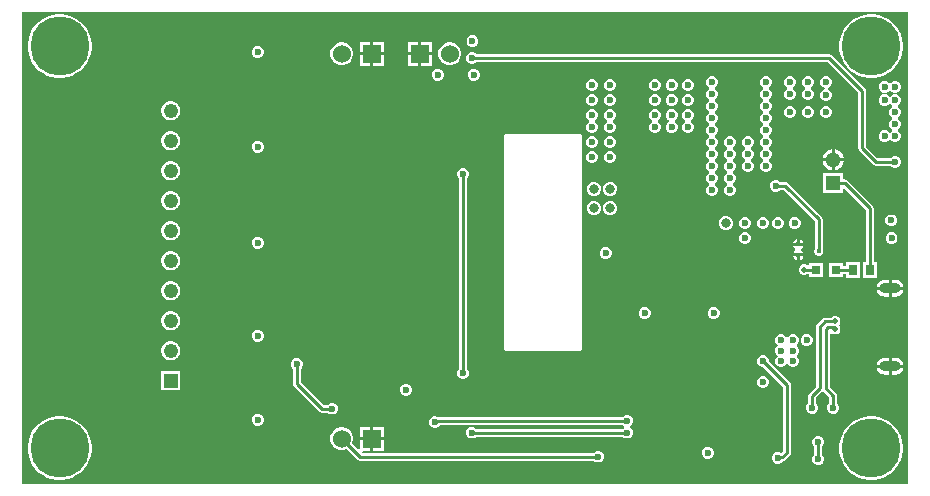
<source format=gbl>
G04*
G04 #@! TF.GenerationSoftware,Altium Limited,Altium Designer,22.6.1 (34)*
G04*
G04 Layer_Physical_Order=4*
G04 Layer_Color=16711680*
%FSLAX25Y25*%
%MOIN*%
G70*
G04*
G04 #@! TF.SameCoordinates,BE1EFFB1-D3A5-4C51-9803-2DA18C35BCD8*
G04*
G04*
G04 #@! TF.FilePolarity,Positive*
G04*
G01*
G75*
%ADD26R,0.03150X0.03543*%
%ADD30R,0.03150X0.03150*%
%ADD62C,0.01000*%
%ADD63C,0.01575*%
%ADD64C,0.04882*%
%ADD65R,0.04882X0.04882*%
%ADD66O,0.07087X0.03543*%
%ADD67C,0.06024*%
%ADD68R,0.06024X0.06024*%
%ADD69R,0.05150X0.05150*%
%ADD70C,0.05150*%
%ADD71C,0.19685*%
%ADD72C,0.01968*%
%ADD73C,0.02362*%
%ADD74C,0.03150*%
G36*
X295276Y0D02*
X0D01*
Y157480D01*
X295276D01*
Y0D01*
D02*
G37*
%LPC*%
G36*
X150492Y149568D02*
X149708D01*
X148985Y149269D01*
X148431Y148715D01*
X148132Y147992D01*
Y147208D01*
X148431Y146485D01*
X148985Y145931D01*
X149708Y145632D01*
X150492D01*
X151215Y145931D01*
X151769Y146485D01*
X152068Y147208D01*
Y147992D01*
X151769Y148715D01*
X151215Y149269D01*
X150492Y149568D01*
D02*
G37*
G36*
X120512Y147512D02*
X117000D01*
Y144000D01*
X120512D01*
Y147512D01*
D02*
G37*
G36*
X136512D02*
X133000D01*
Y144000D01*
X136512D01*
Y147512D01*
D02*
G37*
G36*
X132000D02*
X128488D01*
Y144000D01*
X132000D01*
Y147512D01*
D02*
G37*
G36*
X116000D02*
X112488D01*
Y144000D01*
X116000D01*
Y147512D01*
D02*
G37*
G36*
X78892Y145968D02*
X78108D01*
X77385Y145669D01*
X76831Y145115D01*
X76531Y144392D01*
Y143608D01*
X76831Y142885D01*
X77385Y142331D01*
X78108Y142032D01*
X78892D01*
X79615Y142331D01*
X80169Y142885D01*
X80468Y143608D01*
Y144392D01*
X80169Y145115D01*
X79615Y145669D01*
X78892Y145968D01*
D02*
G37*
G36*
X143000Y147299D02*
X142000D01*
X141034Y147040D01*
X140167Y146540D01*
X139460Y145833D01*
X138960Y144966D01*
X138701Y144000D01*
Y143000D01*
X138960Y142034D01*
X139460Y141167D01*
X140167Y140460D01*
X141034Y139960D01*
X142000Y139701D01*
X143000D01*
X143966Y139960D01*
X144833Y140460D01*
X145540Y141167D01*
X146040Y142034D01*
X146299Y143000D01*
Y144000D01*
X146040Y144966D01*
X145540Y145833D01*
X144833Y146540D01*
X143966Y147040D01*
X143000Y147299D01*
D02*
G37*
G36*
X107000D02*
X106000D01*
X105034Y147040D01*
X104167Y146540D01*
X103460Y145833D01*
X102960Y144966D01*
X102701Y144000D01*
Y143000D01*
X102960Y142034D01*
X103460Y141167D01*
X104167Y140460D01*
X105034Y139960D01*
X106000Y139701D01*
X107000D01*
X107966Y139960D01*
X108833Y140460D01*
X109540Y141167D01*
X110040Y142034D01*
X110299Y143000D01*
Y144000D01*
X110040Y144966D01*
X109540Y145833D01*
X108833Y146540D01*
X107966Y147040D01*
X107000Y147299D01*
D02*
G37*
G36*
X136512Y143000D02*
X133000D01*
Y139488D01*
X136512D01*
Y143000D01*
D02*
G37*
G36*
X132000D02*
X128488D01*
Y139488D01*
X132000D01*
Y143000D01*
D02*
G37*
G36*
X120512D02*
X117000D01*
Y139488D01*
X120512D01*
Y143000D01*
D02*
G37*
G36*
X116000D02*
X112488D01*
Y139488D01*
X116000D01*
Y143000D01*
D02*
G37*
G36*
X283837Y156630D02*
X282163D01*
X280511Y156368D01*
X278920Y155851D01*
X277429Y155092D01*
X276075Y154108D01*
X274892Y152925D01*
X273908Y151571D01*
X273149Y150081D01*
X272632Y148489D01*
X272370Y146837D01*
Y145163D01*
X272632Y143511D01*
X273149Y141920D01*
X273908Y140429D01*
X274892Y139075D01*
X276075Y137892D01*
X277429Y136908D01*
X278920Y136149D01*
X280511Y135632D01*
X282163Y135370D01*
X283837D01*
X285489Y135632D01*
X287081Y136149D01*
X288571Y136908D01*
X289925Y137892D01*
X291108Y139075D01*
X292091Y140429D01*
X292851Y141920D01*
X293368Y143511D01*
X293630Y145163D01*
Y146837D01*
X293368Y148489D01*
X292851Y150081D01*
X292091Y151571D01*
X291108Y152925D01*
X289925Y154108D01*
X288571Y155092D01*
X287081Y155851D01*
X285489Y156368D01*
X283837Y156630D01*
D02*
G37*
G36*
X13337D02*
X11663D01*
X10011Y156368D01*
X8420Y155851D01*
X6929Y155092D01*
X5575Y154108D01*
X4392Y152925D01*
X3409Y151571D01*
X2649Y150081D01*
X2132Y148489D01*
X1870Y146837D01*
Y145163D01*
X2132Y143511D01*
X2649Y141920D01*
X3409Y140429D01*
X4392Y139075D01*
X5575Y137892D01*
X6929Y136908D01*
X8420Y136149D01*
X10011Y135632D01*
X11663Y135370D01*
X13337D01*
X14989Y135632D01*
X16580Y136149D01*
X18071Y136908D01*
X19425Y137892D01*
X20608Y139075D01*
X21591Y140429D01*
X22351Y141920D01*
X22868Y143511D01*
X23130Y145163D01*
Y146837D01*
X22868Y148489D01*
X22351Y150081D01*
X21591Y151571D01*
X20608Y152925D01*
X19425Y154108D01*
X18071Y155092D01*
X16580Y155851D01*
X14989Y156368D01*
X13337Y156630D01*
D02*
G37*
G36*
X150892Y138469D02*
X150108D01*
X149385Y138169D01*
X148831Y137615D01*
X148531Y136892D01*
Y136108D01*
X148831Y135385D01*
X149385Y134831D01*
X150108Y134531D01*
X150892D01*
X151615Y134831D01*
X152169Y135385D01*
X152469Y136108D01*
Y136892D01*
X152169Y137615D01*
X151615Y138169D01*
X150892Y138469D01*
D02*
G37*
G36*
X138892D02*
X138108D01*
X137385Y138169D01*
X136831Y137615D01*
X136531Y136892D01*
Y136108D01*
X136831Y135385D01*
X137385Y134831D01*
X138108Y134531D01*
X138892D01*
X139615Y134831D01*
X140169Y135385D01*
X140469Y136108D01*
Y136892D01*
X140169Y137615D01*
X139615Y138169D01*
X138892Y138469D01*
D02*
G37*
G36*
X291392Y134468D02*
X290608D01*
X289885Y134169D01*
X289577Y133861D01*
X289250Y133664D01*
X288923Y133861D01*
X288615Y134169D01*
X287892Y134468D01*
X287108D01*
X286385Y134169D01*
X285831Y133615D01*
X285531Y132892D01*
Y132108D01*
X285831Y131385D01*
X286385Y130831D01*
X287108Y130532D01*
X287892D01*
X288615Y130831D01*
X288923Y131140D01*
X289250Y131336D01*
X289577Y131140D01*
X289885Y130831D01*
X290608Y130532D01*
X291392D01*
X292115Y130831D01*
X292669Y131385D01*
X292969Y132108D01*
Y132892D01*
X292669Y133615D01*
X292115Y134169D01*
X291392Y134468D01*
D02*
G37*
G36*
X222392Y134968D02*
X221608D01*
X220885Y134669D01*
X220331Y134115D01*
X220031Y133392D01*
Y132608D01*
X220331Y131885D01*
X220885Y131331D01*
X221608Y131032D01*
X222392D01*
X223115Y131331D01*
X223669Y131885D01*
X223969Y132608D01*
Y133392D01*
X223669Y134115D01*
X223115Y134669D01*
X222392Y134968D01*
D02*
G37*
G36*
X216892D02*
X216108D01*
X215385Y134669D01*
X214831Y134115D01*
X214531Y133392D01*
Y132608D01*
X214831Y131885D01*
X215385Y131331D01*
X216108Y131032D01*
X216892D01*
X217615Y131331D01*
X218169Y131885D01*
X218468Y132608D01*
Y133392D01*
X218169Y134115D01*
X217615Y134669D01*
X216892Y134968D01*
D02*
G37*
G36*
X211392D02*
X210608D01*
X209885Y134669D01*
X209331Y134115D01*
X209032Y133392D01*
Y132608D01*
X209331Y131885D01*
X209885Y131331D01*
X210608Y131032D01*
X211392D01*
X212115Y131331D01*
X212669Y131885D01*
X212968Y132608D01*
Y133392D01*
X212669Y134115D01*
X212115Y134669D01*
X211392Y134968D01*
D02*
G37*
G36*
X196392D02*
X195608D01*
X194885Y134669D01*
X194331Y134115D01*
X194032Y133392D01*
Y132608D01*
X194331Y131885D01*
X194885Y131331D01*
X195608Y131032D01*
X196392D01*
X197115Y131331D01*
X197669Y131885D01*
X197968Y132608D01*
Y133392D01*
X197669Y134115D01*
X197115Y134669D01*
X196392Y134968D01*
D02*
G37*
G36*
X190392D02*
X189608D01*
X188885Y134669D01*
X188331Y134115D01*
X188031Y133392D01*
Y132608D01*
X188331Y131885D01*
X188885Y131331D01*
X189608Y131032D01*
X190392D01*
X191115Y131331D01*
X191669Y131885D01*
X191969Y132608D01*
Y133392D01*
X191669Y134115D01*
X191115Y134669D01*
X190392Y134968D01*
D02*
G37*
G36*
X291392Y129969D02*
X290608D01*
X289885Y129669D01*
X289577Y129360D01*
X289250Y129164D01*
X288923Y129360D01*
X288615Y129669D01*
X287892Y129969D01*
X287108D01*
X286385Y129669D01*
X285831Y129115D01*
X285531Y128392D01*
Y127608D01*
X285831Y126885D01*
X286385Y126331D01*
X287108Y126031D01*
X287892D01*
X288615Y126331D01*
X288923Y126639D01*
X289250Y126836D01*
X289577Y126639D01*
X289885Y126331D01*
X290031Y126271D01*
Y125729D01*
X289885Y125669D01*
X289331Y125115D01*
X289032Y124392D01*
Y123608D01*
X289331Y122885D01*
X289885Y122331D01*
X290031Y122271D01*
Y121729D01*
X289885Y121669D01*
X289331Y121115D01*
X289032Y120392D01*
Y119608D01*
X289331Y118885D01*
X289885Y118331D01*
X290031Y118271D01*
Y117729D01*
X289885Y117669D01*
X289577Y117360D01*
X289250Y117164D01*
X288923Y117360D01*
X288615Y117669D01*
X287892Y117968D01*
X287108D01*
X286385Y117669D01*
X285831Y117115D01*
X285531Y116392D01*
Y115608D01*
X285831Y114885D01*
X286385Y114331D01*
X287108Y114032D01*
X287892D01*
X288615Y114331D01*
X288923Y114639D01*
X289250Y114836D01*
X289577Y114639D01*
X289885Y114331D01*
X290608Y114032D01*
X291392D01*
X292115Y114331D01*
X292669Y114885D01*
X292969Y115608D01*
Y116392D01*
X292669Y117115D01*
X292115Y117669D01*
X291969Y117729D01*
Y118271D01*
X292115Y118331D01*
X292669Y118885D01*
X292969Y119608D01*
Y120392D01*
X292669Y121115D01*
X292115Y121669D01*
X291969Y121729D01*
Y122271D01*
X292115Y122331D01*
X292669Y122885D01*
X292969Y123608D01*
Y124392D01*
X292669Y125115D01*
X292115Y125669D01*
X291969Y125729D01*
Y126271D01*
X292115Y126331D01*
X292669Y126885D01*
X292969Y127608D01*
Y128392D01*
X292669Y129115D01*
X292115Y129669D01*
X291392Y129969D01*
D02*
G37*
G36*
X262392Y135968D02*
X261608D01*
X260885Y135669D01*
X260331Y135115D01*
X260032Y134392D01*
Y133608D01*
X260331Y132885D01*
X260885Y132331D01*
X261031Y132271D01*
Y131729D01*
X260885Y131669D01*
X260331Y131115D01*
X260032Y130392D01*
Y129608D01*
X260331Y128885D01*
X260885Y128331D01*
X261608Y128032D01*
X262392D01*
X263115Y128331D01*
X263669Y128885D01*
X263968Y129608D01*
Y130392D01*
X263669Y131115D01*
X263115Y131669D01*
X262969Y131729D01*
Y132271D01*
X263115Y132331D01*
X263669Y132885D01*
X263968Y133608D01*
Y134392D01*
X263669Y135115D01*
X263115Y135669D01*
X262392Y135968D01*
D02*
G37*
G36*
X256392D02*
X255608D01*
X254885Y135669D01*
X254331Y135115D01*
X254031Y134392D01*
Y133608D01*
X254331Y132885D01*
X254885Y132331D01*
X255031Y132271D01*
Y131729D01*
X254885Y131669D01*
X254331Y131115D01*
X254031Y130392D01*
Y129608D01*
X254331Y128885D01*
X254885Y128331D01*
X255608Y128032D01*
X256392D01*
X257115Y128331D01*
X257669Y128885D01*
X257968Y129608D01*
Y130392D01*
X257669Y131115D01*
X257115Y131669D01*
X256969Y131729D01*
Y132271D01*
X257115Y132331D01*
X257669Y132885D01*
X257968Y133608D01*
Y134392D01*
X257669Y135115D01*
X257115Y135669D01*
X256392Y135968D01*
D02*
G37*
G36*
X268392D02*
X267608D01*
X266885Y135669D01*
X266331Y135115D01*
X266032Y134392D01*
Y133608D01*
X266331Y132885D01*
X266885Y132331D01*
X267518Y132069D01*
X267520Y132061D01*
Y131577D01*
X267518Y131569D01*
X266885Y131307D01*
X266331Y130753D01*
X266032Y130029D01*
Y129246D01*
X266331Y128523D01*
X266885Y127969D01*
X267608Y127669D01*
X268392D01*
X269115Y127969D01*
X269669Y128523D01*
X269969Y129246D01*
Y130029D01*
X269669Y130753D01*
X269115Y131307D01*
X268482Y131569D01*
X268480Y131577D01*
Y132061D01*
X268482Y132069D01*
X269115Y132331D01*
X269669Y132885D01*
X269969Y133608D01*
Y134392D01*
X269669Y135115D01*
X269115Y135669D01*
X268392Y135968D01*
D02*
G37*
G36*
X222392Y129969D02*
X221608D01*
X220885Y129669D01*
X220331Y129115D01*
X220031Y128392D01*
Y127608D01*
X220331Y126885D01*
X220885Y126331D01*
X221608Y126031D01*
X222392D01*
X223115Y126331D01*
X223669Y126885D01*
X223969Y127608D01*
Y128392D01*
X223669Y129115D01*
X223115Y129669D01*
X222392Y129969D01*
D02*
G37*
G36*
X216892D02*
X216108D01*
X215385Y129669D01*
X214831Y129115D01*
X214531Y128392D01*
Y127608D01*
X214831Y126885D01*
X215385Y126331D01*
X216108Y126031D01*
X216892D01*
X217615Y126331D01*
X218169Y126885D01*
X218468Y127608D01*
Y128392D01*
X218169Y129115D01*
X217615Y129669D01*
X216892Y129969D01*
D02*
G37*
G36*
X211392D02*
X210608D01*
X209885Y129669D01*
X209331Y129115D01*
X209032Y128392D01*
Y127608D01*
X209331Y126885D01*
X209885Y126331D01*
X210608Y126031D01*
X211392D01*
X212115Y126331D01*
X212669Y126885D01*
X212968Y127608D01*
Y128392D01*
X212669Y129115D01*
X212115Y129669D01*
X211392Y129969D01*
D02*
G37*
G36*
X196392D02*
X195608D01*
X194885Y129669D01*
X194331Y129115D01*
X194032Y128392D01*
Y127608D01*
X194331Y126885D01*
X194885Y126331D01*
X195608Y126031D01*
X196392D01*
X197115Y126331D01*
X197669Y126885D01*
X197968Y127608D01*
Y128392D01*
X197669Y129115D01*
X197115Y129669D01*
X196392Y129969D01*
D02*
G37*
G36*
X190392D02*
X189608D01*
X188885Y129669D01*
X188331Y129115D01*
X188031Y128392D01*
Y127608D01*
X188331Y126885D01*
X188885Y126331D01*
X189608Y126031D01*
X190392D01*
X191115Y126331D01*
X191669Y126885D01*
X191969Y127608D01*
Y128392D01*
X191669Y129115D01*
X191115Y129669D01*
X190392Y129969D01*
D02*
G37*
G36*
X268392Y125969D02*
X267608D01*
X266885Y125669D01*
X266331Y125115D01*
X266032Y124392D01*
Y123608D01*
X266331Y122885D01*
X266885Y122331D01*
X267608Y122031D01*
X268392D01*
X269115Y122331D01*
X269669Y122885D01*
X269969Y123608D01*
Y124392D01*
X269669Y125115D01*
X269115Y125669D01*
X268392Y125969D01*
D02*
G37*
G36*
X262392D02*
X261608D01*
X260885Y125669D01*
X260331Y125115D01*
X260032Y124392D01*
Y123608D01*
X260331Y122885D01*
X260885Y122331D01*
X261608Y122031D01*
X262392D01*
X263115Y122331D01*
X263669Y122885D01*
X263968Y123608D01*
Y124392D01*
X263669Y125115D01*
X263115Y125669D01*
X262392Y125969D01*
D02*
G37*
G36*
X256392D02*
X255608D01*
X254885Y125669D01*
X254331Y125115D01*
X254031Y124392D01*
Y123608D01*
X254331Y122885D01*
X254885Y122331D01*
X255608Y122031D01*
X256392D01*
X257115Y122331D01*
X257669Y122885D01*
X257968Y123608D01*
Y124392D01*
X257669Y125115D01*
X257115Y125669D01*
X256392Y125969D01*
D02*
G37*
G36*
X49925Y127728D02*
X49075D01*
X48254Y127508D01*
X47518Y127083D01*
X46917Y126482D01*
X46492Y125746D01*
X46272Y124925D01*
Y124075D01*
X46492Y123254D01*
X46917Y122518D01*
X47518Y121917D01*
X48254Y121492D01*
X49075Y121272D01*
X49925D01*
X50746Y121492D01*
X51482Y121917D01*
X52083Y122518D01*
X52508Y123254D01*
X52728Y124075D01*
Y124925D01*
X52508Y125746D01*
X52083Y126482D01*
X51482Y127083D01*
X50746Y127508D01*
X49925Y127728D01*
D02*
G37*
G36*
X222392Y124969D02*
X221608D01*
X220885Y124669D01*
X220331Y124115D01*
X220031Y123392D01*
Y122608D01*
X220331Y121885D01*
X220885Y121331D01*
X221031Y121271D01*
Y120729D01*
X220885Y120669D01*
X220331Y120115D01*
X220031Y119392D01*
Y118608D01*
X220331Y117885D01*
X220885Y117331D01*
X221608Y117032D01*
X222392D01*
X223115Y117331D01*
X223669Y117885D01*
X223969Y118608D01*
Y119392D01*
X223669Y120115D01*
X223115Y120669D01*
X222969Y120729D01*
Y121271D01*
X223115Y121331D01*
X223669Y121885D01*
X223969Y122608D01*
Y123392D01*
X223669Y124115D01*
X223115Y124669D01*
X222392Y124969D01*
D02*
G37*
G36*
X216892D02*
X216108D01*
X215385Y124669D01*
X214831Y124115D01*
X214531Y123392D01*
Y122608D01*
X214831Y121885D01*
X215385Y121331D01*
X215531Y121271D01*
Y120729D01*
X215385Y120669D01*
X214831Y120115D01*
X214531Y119392D01*
Y118608D01*
X214831Y117885D01*
X215385Y117331D01*
X216108Y117032D01*
X216892D01*
X217615Y117331D01*
X218169Y117885D01*
X218468Y118608D01*
Y119392D01*
X218169Y120115D01*
X217615Y120669D01*
X217469Y120729D01*
Y121271D01*
X217615Y121331D01*
X218169Y121885D01*
X218468Y122608D01*
Y123392D01*
X218169Y124115D01*
X217615Y124669D01*
X216892Y124969D01*
D02*
G37*
G36*
X211392D02*
X210608D01*
X209885Y124669D01*
X209331Y124115D01*
X209032Y123392D01*
Y122608D01*
X209331Y121885D01*
X209885Y121331D01*
X210031Y121271D01*
Y120729D01*
X209885Y120669D01*
X209331Y120115D01*
X209032Y119392D01*
Y118608D01*
X209331Y117885D01*
X209885Y117331D01*
X210608Y117032D01*
X211392D01*
X212115Y117331D01*
X212669Y117885D01*
X212968Y118608D01*
Y119392D01*
X212669Y120115D01*
X212115Y120669D01*
X211969Y120729D01*
Y121271D01*
X212115Y121331D01*
X212669Y121885D01*
X212968Y122608D01*
Y123392D01*
X212669Y124115D01*
X212115Y124669D01*
X211392Y124969D01*
D02*
G37*
G36*
X196392D02*
X195608D01*
X194885Y124669D01*
X194331Y124115D01*
X194032Y123392D01*
Y122608D01*
X194331Y121885D01*
X194885Y121331D01*
X195031Y121271D01*
Y120729D01*
X194885Y120669D01*
X194331Y120115D01*
X194032Y119392D01*
Y118608D01*
X194331Y117885D01*
X194885Y117331D01*
X195608Y117032D01*
X196392D01*
X197115Y117331D01*
X197669Y117885D01*
X197968Y118608D01*
Y119392D01*
X197669Y120115D01*
X197115Y120669D01*
X196969Y120729D01*
Y121271D01*
X197115Y121331D01*
X197669Y121885D01*
X197968Y122608D01*
Y123392D01*
X197669Y124115D01*
X197115Y124669D01*
X196392Y124969D01*
D02*
G37*
G36*
X190392D02*
X189608D01*
X188885Y124669D01*
X188331Y124115D01*
X188031Y123392D01*
Y122608D01*
X188331Y121885D01*
X188885Y121331D01*
X189031Y121271D01*
Y120729D01*
X188885Y120669D01*
X188331Y120115D01*
X188031Y119392D01*
Y118608D01*
X188331Y117885D01*
X188885Y117331D01*
X189608Y117032D01*
X190392D01*
X191115Y117331D01*
X191669Y117885D01*
X191969Y118608D01*
Y119392D01*
X191669Y120115D01*
X191115Y120669D01*
X190969Y120729D01*
Y121271D01*
X191115Y121331D01*
X191669Y121885D01*
X191969Y122608D01*
Y123392D01*
X191669Y124115D01*
X191115Y124669D01*
X190392Y124969D01*
D02*
G37*
G36*
X196392Y115969D02*
X195608D01*
X194885Y115669D01*
X194331Y115115D01*
X194032Y114392D01*
Y113608D01*
X194331Y112885D01*
X194885Y112331D01*
X195608Y112031D01*
X196392D01*
X197115Y112331D01*
X197669Y112885D01*
X197968Y113608D01*
Y114392D01*
X197669Y115115D01*
X197115Y115669D01*
X196392Y115969D01*
D02*
G37*
G36*
X190392D02*
X189608D01*
X188885Y115669D01*
X188331Y115115D01*
X188031Y114392D01*
Y113608D01*
X188331Y112885D01*
X188885Y112331D01*
X189608Y112031D01*
X190392D01*
X191115Y112331D01*
X191669Y112885D01*
X191969Y113608D01*
Y114392D01*
X191669Y115115D01*
X191115Y115669D01*
X190392Y115969D01*
D02*
G37*
G36*
X49925Y117728D02*
X49075D01*
X48254Y117508D01*
X47518Y117083D01*
X46917Y116482D01*
X46492Y115746D01*
X46272Y114925D01*
Y114075D01*
X46492Y113254D01*
X46917Y112518D01*
X47518Y111917D01*
X48254Y111492D01*
X49075Y111272D01*
X49925D01*
X50746Y111492D01*
X51482Y111917D01*
X52083Y112518D01*
X52508Y113254D01*
X52728Y114075D01*
Y114925D01*
X52508Y115746D01*
X52083Y116482D01*
X51482Y117083D01*
X50746Y117508D01*
X49925Y117728D01*
D02*
G37*
G36*
X78892Y114469D02*
X78108D01*
X77385Y114169D01*
X76831Y113615D01*
X76531Y112892D01*
Y112108D01*
X76831Y111385D01*
X77385Y110831D01*
X78108Y110531D01*
X78892D01*
X79615Y110831D01*
X80169Y111385D01*
X80468Y112108D01*
Y112892D01*
X80169Y113615D01*
X79615Y114169D01*
X78892Y114469D01*
D02*
G37*
G36*
X270900Y111767D02*
Y108700D01*
X273967D01*
X273731Y109580D01*
X273261Y110395D01*
X272595Y111061D01*
X271780Y111531D01*
X270900Y111767D01*
D02*
G37*
G36*
X269900D02*
X269020Y111531D01*
X268205Y111061D01*
X267539Y110395D01*
X267069Y109580D01*
X266833Y108700D01*
X269900D01*
Y111767D01*
D02*
G37*
G36*
X196392Y110968D02*
X195608D01*
X194885Y110669D01*
X194331Y110115D01*
X194032Y109392D01*
Y108608D01*
X194331Y107885D01*
X194885Y107331D01*
X195608Y107032D01*
X196392D01*
X197115Y107331D01*
X197669Y107885D01*
X197968Y108608D01*
Y109392D01*
X197669Y110115D01*
X197115Y110669D01*
X196392Y110968D01*
D02*
G37*
G36*
X190392D02*
X189608D01*
X188885Y110669D01*
X188331Y110115D01*
X188031Y109392D01*
Y108608D01*
X188331Y107885D01*
X188885Y107331D01*
X189608Y107032D01*
X190392D01*
X191115Y107331D01*
X191669Y107885D01*
X191969Y108608D01*
Y109392D01*
X191669Y110115D01*
X191115Y110669D01*
X190392Y110968D01*
D02*
G37*
G36*
X150392Y143968D02*
X149608D01*
X148885Y143669D01*
X148331Y143115D01*
X148031Y142392D01*
Y141608D01*
X148331Y140885D01*
X148885Y140331D01*
X149608Y140032D01*
X150392D01*
X151115Y140331D01*
X151471Y140687D01*
X268456D01*
X278687Y130456D01*
Y112000D01*
X278787Y111498D01*
X279072Y111072D01*
X283572Y106572D01*
X283998Y106287D01*
X284500Y106187D01*
X289529D01*
X289885Y105831D01*
X290608Y105532D01*
X291392D01*
X292115Y105831D01*
X292669Y106385D01*
X292969Y107108D01*
Y107892D01*
X292669Y108615D01*
X292115Y109169D01*
X291392Y109468D01*
X290608D01*
X289885Y109169D01*
X289529Y108813D01*
X285044D01*
X281313Y112544D01*
Y131000D01*
X281213Y131502D01*
X280928Y131928D01*
X269928Y142928D01*
X269502Y143213D01*
X269000Y143313D01*
X151471D01*
X151115Y143669D01*
X150392Y143968D01*
D02*
G37*
G36*
X273967Y107700D02*
X270900D01*
Y104633D01*
X271780Y104869D01*
X272595Y105340D01*
X273261Y106005D01*
X273731Y106820D01*
X273967Y107700D01*
D02*
G37*
G36*
X269900D02*
X266833D01*
X267069Y106820D01*
X267539Y106005D01*
X268205Y105340D01*
X269020Y104869D01*
X269900Y104633D01*
Y107700D01*
D02*
G37*
G36*
X248392Y135968D02*
X247608D01*
X246885Y135669D01*
X246331Y135115D01*
X246031Y134392D01*
Y133608D01*
X246331Y132885D01*
X246885Y132331D01*
X247031Y132271D01*
Y131729D01*
X246885Y131669D01*
X246331Y131115D01*
X246031Y130392D01*
Y129608D01*
X246331Y128885D01*
X246885Y128331D01*
X247031Y128271D01*
Y127729D01*
X246885Y127669D01*
X246331Y127115D01*
X246031Y126392D01*
Y125608D01*
X246331Y124885D01*
X246885Y124331D01*
X247031Y124271D01*
Y123729D01*
X246885Y123669D01*
X246331Y123115D01*
X246031Y122392D01*
Y121608D01*
X246331Y120885D01*
X246885Y120331D01*
X247031Y120271D01*
Y119729D01*
X246885Y119669D01*
X246331Y119115D01*
X246031Y118392D01*
Y117608D01*
X246331Y116885D01*
X246885Y116331D01*
X247031Y116271D01*
Y115729D01*
X246885Y115669D01*
X246331Y115115D01*
X246031Y114392D01*
Y113608D01*
X246331Y112885D01*
X246885Y112331D01*
X247031Y112271D01*
Y111729D01*
X246885Y111669D01*
X246331Y111115D01*
X246031Y110392D01*
Y109608D01*
X246331Y108885D01*
X246885Y108331D01*
X247031Y108271D01*
Y107729D01*
X246885Y107669D01*
X246331Y107115D01*
X246031Y106392D01*
Y105608D01*
X246331Y104885D01*
X246885Y104331D01*
X247608Y104032D01*
X248392D01*
X249115Y104331D01*
X249669Y104885D01*
X249969Y105608D01*
Y106392D01*
X249669Y107115D01*
X249115Y107669D01*
X248969Y107729D01*
Y108271D01*
X249115Y108331D01*
X249669Y108885D01*
X249969Y109608D01*
Y110392D01*
X249669Y111115D01*
X249115Y111669D01*
X248969Y111729D01*
Y112271D01*
X249115Y112331D01*
X249669Y112885D01*
X249969Y113608D01*
Y114392D01*
X249669Y115115D01*
X249115Y115669D01*
X248969Y115729D01*
Y116271D01*
X249115Y116331D01*
X249669Y116885D01*
X249969Y117608D01*
Y118392D01*
X249669Y119115D01*
X249115Y119669D01*
X248969Y119729D01*
Y120271D01*
X249115Y120331D01*
X249669Y120885D01*
X249969Y121608D01*
Y122392D01*
X249669Y123115D01*
X249115Y123669D01*
X248969Y123729D01*
Y124271D01*
X249115Y124331D01*
X249669Y124885D01*
X249969Y125608D01*
Y126392D01*
X249669Y127115D01*
X249115Y127669D01*
X248969Y127729D01*
Y128271D01*
X249115Y128331D01*
X249669Y128885D01*
X249969Y129608D01*
Y130392D01*
X249669Y131115D01*
X249115Y131669D01*
X248969Y131729D01*
Y132271D01*
X249115Y132331D01*
X249669Y132885D01*
X249969Y133608D01*
Y134392D01*
X249669Y135115D01*
X249115Y135669D01*
X248392Y135968D01*
D02*
G37*
G36*
X242392Y115969D02*
X241608D01*
X240885Y115669D01*
X240331Y115115D01*
X240032Y114392D01*
Y113608D01*
X240331Y112885D01*
X240885Y112331D01*
X241031Y112271D01*
Y111729D01*
X240885Y111669D01*
X240331Y111115D01*
X240032Y110392D01*
Y109608D01*
X240331Y108885D01*
X240885Y108331D01*
X241031Y108271D01*
Y107729D01*
X240885Y107669D01*
X240331Y107115D01*
X240032Y106392D01*
Y105608D01*
X240331Y104885D01*
X240885Y104331D01*
X241608Y104032D01*
X242392D01*
X243115Y104331D01*
X243669Y104885D01*
X243969Y105608D01*
Y106392D01*
X243669Y107115D01*
X243115Y107669D01*
X242969Y107729D01*
Y108271D01*
X243115Y108331D01*
X243669Y108885D01*
X243969Y109608D01*
Y110392D01*
X243669Y111115D01*
X243115Y111669D01*
X242969Y111729D01*
Y112271D01*
X243115Y112331D01*
X243669Y112885D01*
X243969Y113608D01*
Y114392D01*
X243669Y115115D01*
X243115Y115669D01*
X242392Y115969D01*
D02*
G37*
G36*
X49925Y107728D02*
X49075D01*
X48254Y107508D01*
X47518Y107083D01*
X46917Y106482D01*
X46492Y105746D01*
X46272Y104925D01*
Y104075D01*
X46492Y103254D01*
X46917Y102518D01*
X47518Y101917D01*
X48254Y101492D01*
X49075Y101272D01*
X49925D01*
X50746Y101492D01*
X51482Y101917D01*
X52083Y102518D01*
X52508Y103254D01*
X52728Y104075D01*
Y104925D01*
X52508Y105746D01*
X52083Y106482D01*
X51482Y107083D01*
X50746Y107508D01*
X49925Y107728D01*
D02*
G37*
G36*
X196470Y100862D02*
X195530D01*
X194662Y100503D01*
X193997Y99838D01*
X193638Y98970D01*
Y98030D01*
X193997Y97162D01*
X194662Y96497D01*
X195530Y96138D01*
X196470D01*
X197338Y96497D01*
X198003Y97162D01*
X198362Y98030D01*
Y98970D01*
X198003Y99838D01*
X197338Y100503D01*
X196470Y100862D01*
D02*
G37*
G36*
X190970D02*
X190030D01*
X189162Y100503D01*
X188497Y99838D01*
X188138Y98970D01*
Y98030D01*
X188497Y97162D01*
X189162Y96497D01*
X190030Y96138D01*
X190970D01*
X191838Y96497D01*
X192503Y97162D01*
X192862Y98030D01*
Y98970D01*
X192503Y99838D01*
X191838Y100503D01*
X190970Y100862D01*
D02*
G37*
G36*
X236392Y115969D02*
X235608D01*
X234885Y115669D01*
X234331Y115115D01*
X234032Y114392D01*
Y113608D01*
X234331Y112885D01*
X234885Y112331D01*
X235031Y112271D01*
Y111729D01*
X234885Y111669D01*
X234331Y111115D01*
X234032Y110392D01*
Y109608D01*
X234331Y108885D01*
X234885Y108331D01*
X235031Y108271D01*
Y107729D01*
X234885Y107669D01*
X234331Y107115D01*
X234032Y106392D01*
Y105608D01*
X234331Y104885D01*
X234885Y104331D01*
X235031Y104271D01*
Y103729D01*
X234885Y103669D01*
X234331Y103115D01*
X234032Y102392D01*
Y101608D01*
X234331Y100885D01*
X234885Y100331D01*
X235031Y100271D01*
Y99729D01*
X234885Y99669D01*
X234331Y99115D01*
X234032Y98392D01*
Y97608D01*
X234331Y96885D01*
X234885Y96331D01*
X235608Y96031D01*
X236392D01*
X237115Y96331D01*
X237669Y96885D01*
X237968Y97608D01*
Y98392D01*
X237669Y99115D01*
X237115Y99669D01*
X236969Y99729D01*
Y100271D01*
X237115Y100331D01*
X237669Y100885D01*
X237968Y101608D01*
Y102392D01*
X237669Y103115D01*
X237115Y103669D01*
X236969Y103729D01*
Y104271D01*
X237115Y104331D01*
X237669Y104885D01*
X237968Y105608D01*
Y106392D01*
X237669Y107115D01*
X237115Y107669D01*
X236969Y107729D01*
Y108271D01*
X237115Y108331D01*
X237669Y108885D01*
X237968Y109608D01*
Y110392D01*
X237669Y111115D01*
X237115Y111669D01*
X236969Y111729D01*
Y112271D01*
X237115Y112331D01*
X237669Y112885D01*
X237968Y113608D01*
Y114392D01*
X237669Y115115D01*
X237115Y115669D01*
X236392Y115969D01*
D02*
G37*
G36*
X230392Y135968D02*
X229608D01*
X228885Y135669D01*
X228331Y135115D01*
X228031Y134392D01*
Y133608D01*
X228331Y132885D01*
X228885Y132331D01*
X229031Y132271D01*
Y131729D01*
X228885Y131669D01*
X228331Y131115D01*
X228031Y130392D01*
Y129608D01*
X228331Y128885D01*
X228885Y128331D01*
X229031Y128271D01*
Y127729D01*
X228885Y127669D01*
X228331Y127115D01*
X228031Y126392D01*
Y125608D01*
X228331Y124885D01*
X228885Y124331D01*
X229031Y124271D01*
Y123729D01*
X228885Y123669D01*
X228331Y123115D01*
X228031Y122392D01*
Y121608D01*
X228331Y120885D01*
X228885Y120331D01*
X229031Y120271D01*
Y119729D01*
X228885Y119669D01*
X228331Y119115D01*
X228031Y118392D01*
Y117608D01*
X228331Y116885D01*
X228885Y116331D01*
X229031Y116271D01*
Y115729D01*
X228885Y115669D01*
X228331Y115115D01*
X228031Y114392D01*
Y113608D01*
X228331Y112885D01*
X228885Y112331D01*
X229031Y112271D01*
Y111729D01*
X228885Y111669D01*
X228331Y111115D01*
X228031Y110392D01*
Y109608D01*
X228331Y108885D01*
X228885Y108331D01*
X229031Y108271D01*
Y107729D01*
X228885Y107669D01*
X228331Y107115D01*
X228031Y106392D01*
Y105608D01*
X228331Y104885D01*
X228885Y104331D01*
X229031Y104271D01*
Y103729D01*
X228885Y103669D01*
X228331Y103115D01*
X228031Y102392D01*
Y101608D01*
X228331Y100885D01*
X228885Y100331D01*
X229031Y100271D01*
Y99729D01*
X228885Y99669D01*
X228331Y99115D01*
X228031Y98392D01*
Y97608D01*
X228331Y96885D01*
X228885Y96331D01*
X229608Y96031D01*
X230392D01*
X231115Y96331D01*
X231669Y96885D01*
X231968Y97608D01*
Y98392D01*
X231669Y99115D01*
X231115Y99669D01*
X230969Y99729D01*
Y100271D01*
X231115Y100331D01*
X231669Y100885D01*
X231968Y101608D01*
Y102392D01*
X231669Y103115D01*
X231115Y103669D01*
X230969Y103729D01*
Y104271D01*
X231115Y104331D01*
X231669Y104885D01*
X231968Y105608D01*
Y106392D01*
X231669Y107115D01*
X231115Y107669D01*
X230969Y107729D01*
Y108271D01*
X231115Y108331D01*
X231669Y108885D01*
X231968Y109608D01*
Y110392D01*
X231669Y111115D01*
X231115Y111669D01*
X230969Y111729D01*
Y112271D01*
X231115Y112331D01*
X231669Y112885D01*
X231968Y113608D01*
Y114392D01*
X231669Y115115D01*
X231115Y115669D01*
X230969Y115729D01*
Y116271D01*
X231115Y116331D01*
X231669Y116885D01*
X231968Y117608D01*
Y118392D01*
X231669Y119115D01*
X231115Y119669D01*
X230969Y119729D01*
Y120271D01*
X231115Y120331D01*
X231669Y120885D01*
X231968Y121608D01*
Y122392D01*
X231669Y123115D01*
X231115Y123669D01*
X230969Y123729D01*
Y124271D01*
X231115Y124331D01*
X231669Y124885D01*
X231968Y125608D01*
Y126392D01*
X231669Y127115D01*
X231115Y127669D01*
X230969Y127729D01*
Y128271D01*
X231115Y128331D01*
X231669Y128885D01*
X231968Y129608D01*
Y130392D01*
X231669Y131115D01*
X231115Y131669D01*
X230969Y131729D01*
Y132271D01*
X231115Y132331D01*
X231669Y132885D01*
X231968Y133608D01*
Y134392D01*
X231669Y135115D01*
X231115Y135669D01*
X230392Y135968D01*
D02*
G37*
G36*
X49925Y97728D02*
X49075D01*
X48254Y97508D01*
X47518Y97083D01*
X46917Y96482D01*
X46492Y95746D01*
X46272Y94925D01*
Y94075D01*
X46492Y93254D01*
X46917Y92518D01*
X47518Y91917D01*
X48254Y91492D01*
X49075Y91272D01*
X49925D01*
X50746Y91492D01*
X51482Y91917D01*
X52083Y92518D01*
X52508Y93254D01*
X52728Y94075D01*
Y94925D01*
X52508Y95746D01*
X52083Y96482D01*
X51482Y97083D01*
X50746Y97508D01*
X49925Y97728D01*
D02*
G37*
G36*
X196470Y94362D02*
X195530D01*
X194662Y94003D01*
X193997Y93338D01*
X193638Y92470D01*
Y91530D01*
X193997Y90662D01*
X194662Y89997D01*
X195530Y89638D01*
X196470D01*
X197338Y89997D01*
X198003Y90662D01*
X198362Y91530D01*
Y92470D01*
X198003Y93338D01*
X197338Y94003D01*
X196470Y94362D01*
D02*
G37*
G36*
X190970D02*
X190030D01*
X189162Y94003D01*
X188497Y93338D01*
X188138Y92470D01*
Y91530D01*
X188497Y90662D01*
X189162Y89997D01*
X190030Y89638D01*
X190970D01*
X191838Y89997D01*
X192503Y90662D01*
X192862Y91530D01*
Y92470D01*
X192503Y93338D01*
X191838Y94003D01*
X190970Y94362D01*
D02*
G37*
G36*
X290092Y89868D02*
X289308D01*
X288585Y89569D01*
X288031Y89015D01*
X287732Y88292D01*
Y87508D01*
X288031Y86785D01*
X288585Y86231D01*
X289308Y85931D01*
X290092D01*
X290815Y86231D01*
X291369Y86785D01*
X291669Y87508D01*
Y88292D01*
X291369Y89015D01*
X290815Y89569D01*
X290092Y89868D01*
D02*
G37*
G36*
X257892Y88968D02*
X257108D01*
X256385Y88669D01*
X255831Y88115D01*
X255532Y87392D01*
Y86608D01*
X255831Y85885D01*
X256385Y85331D01*
X257108Y85031D01*
X257892D01*
X258615Y85331D01*
X259169Y85885D01*
X259469Y86608D01*
Y87392D01*
X259169Y88115D01*
X258615Y88669D01*
X257892Y88968D01*
D02*
G37*
G36*
X252392D02*
X251608D01*
X250885Y88669D01*
X250331Y88115D01*
X250031Y87392D01*
Y86608D01*
X250331Y85885D01*
X250885Y85331D01*
X251608Y85031D01*
X252392D01*
X253115Y85331D01*
X253669Y85885D01*
X253969Y86608D01*
Y87392D01*
X253669Y88115D01*
X253115Y88669D01*
X252392Y88968D01*
D02*
G37*
G36*
X247392D02*
X246608D01*
X245885Y88669D01*
X245331Y88115D01*
X245031Y87392D01*
Y86608D01*
X245331Y85885D01*
X245885Y85331D01*
X246608Y85031D01*
X247392D01*
X248115Y85331D01*
X248669Y85885D01*
X248969Y86608D01*
Y87392D01*
X248669Y88115D01*
X248115Y88669D01*
X247392Y88968D01*
D02*
G37*
G36*
X241392D02*
X240608D01*
X239885Y88669D01*
X239331Y88115D01*
X239032Y87392D01*
Y86608D01*
X239331Y85885D01*
X239885Y85331D01*
X240608Y85031D01*
X241392D01*
X242115Y85331D01*
X242669Y85885D01*
X242969Y86608D01*
Y87392D01*
X242669Y88115D01*
X242115Y88669D01*
X241392Y88968D01*
D02*
G37*
G36*
X234970Y89362D02*
X234030D01*
X233162Y89003D01*
X232497Y88338D01*
X232138Y87470D01*
Y86530D01*
X232497Y85662D01*
X233162Y84997D01*
X234030Y84638D01*
X234970D01*
X235838Y84997D01*
X236503Y85662D01*
X236862Y86530D01*
Y87470D01*
X236503Y88338D01*
X235838Y89003D01*
X234970Y89362D01*
D02*
G37*
G36*
X49925Y87728D02*
X49075D01*
X48254Y87508D01*
X47518Y87083D01*
X46917Y86482D01*
X46492Y85746D01*
X46272Y84925D01*
Y84075D01*
X46492Y83254D01*
X46917Y82518D01*
X47518Y81917D01*
X48254Y81492D01*
X49075Y81272D01*
X49925D01*
X50746Y81492D01*
X51482Y81917D01*
X52083Y82518D01*
X52508Y83254D01*
X52728Y84075D01*
Y84925D01*
X52508Y85746D01*
X52083Y86482D01*
X51482Y87083D01*
X50746Y87508D01*
X49925Y87728D01*
D02*
G37*
G36*
X259200Y81728D02*
Y80500D01*
X260428D01*
X260215Y81012D01*
X259713Y81515D01*
X259200Y81728D01*
D02*
G37*
G36*
X258200D02*
X257687Y81515D01*
X257185Y81012D01*
X256972Y80500D01*
X258200D01*
Y81728D01*
D02*
G37*
G36*
X290192Y83969D02*
X289408D01*
X288685Y83669D01*
X288131Y83115D01*
X287831Y82392D01*
Y81608D01*
X288131Y80885D01*
X288685Y80331D01*
X289408Y80032D01*
X290192D01*
X290915Y80331D01*
X291469Y80885D01*
X291769Y81608D01*
Y82392D01*
X291469Y83115D01*
X290915Y83669D01*
X290192Y83969D01*
D02*
G37*
G36*
X241392D02*
X240608D01*
X239885Y83669D01*
X239331Y83115D01*
X239032Y82392D01*
Y81608D01*
X239331Y80885D01*
X239885Y80331D01*
X240608Y80032D01*
X241392D01*
X242115Y80331D01*
X242669Y80885D01*
X242969Y81608D01*
Y82392D01*
X242669Y83115D01*
X242115Y83669D01*
X241392Y83969D01*
D02*
G37*
G36*
X78892Y82468D02*
X78108D01*
X77385Y82169D01*
X76831Y81615D01*
X76531Y80892D01*
Y80108D01*
X76831Y79385D01*
X77385Y78831D01*
X78108Y78531D01*
X78892D01*
X79615Y78831D01*
X80169Y79385D01*
X80468Y80108D01*
Y80892D01*
X80169Y81615D01*
X79615Y82169D01*
X78892Y82468D01*
D02*
G37*
G36*
X260428Y79500D02*
X256972D01*
X257185Y78987D01*
X257687Y78485D01*
X257722Y78471D01*
Y77929D01*
X257687Y77915D01*
X257185Y77412D01*
X256972Y76900D01*
X260428D01*
X260215Y77412D01*
X259713Y77915D01*
X259678Y77929D01*
Y78471D01*
X259713Y78485D01*
X260215Y78987D01*
X260428Y79500D01*
D02*
G37*
G36*
X251592Y101469D02*
X250808D01*
X250085Y101169D01*
X249531Y100615D01*
X249232Y99892D01*
Y99108D01*
X249531Y98385D01*
X250085Y97831D01*
X250808Y97531D01*
X251592D01*
X252315Y97831D01*
X252671Y98187D01*
X253756D01*
X264187Y87756D01*
Y78552D01*
X264165Y78529D01*
X263925Y77951D01*
Y77324D01*
X264165Y76745D01*
X264608Y76302D01*
X265187Y76063D01*
X265813D01*
X266392Y76302D01*
X266835Y76745D01*
X267075Y77324D01*
Y77951D01*
X266835Y78529D01*
X266813Y78552D01*
Y88300D01*
X266713Y88802D01*
X266428Y89228D01*
X255228Y100428D01*
X254802Y100713D01*
X254300Y100813D01*
X252671D01*
X252315Y101169D01*
X251592Y101469D01*
D02*
G37*
G36*
X194892Y78969D02*
X194108D01*
X193385Y78669D01*
X192831Y78115D01*
X192532Y77392D01*
Y76608D01*
X192831Y75885D01*
X193385Y75331D01*
X194108Y75032D01*
X194892D01*
X195615Y75331D01*
X196169Y75885D01*
X196468Y76608D01*
Y77392D01*
X196169Y78115D01*
X195615Y78669D01*
X194892Y78969D01*
D02*
G37*
G36*
X260428Y75900D02*
X259200D01*
Y74672D01*
X259713Y74885D01*
X260215Y75388D01*
X260428Y75900D01*
D02*
G37*
G36*
X258200D02*
X256972D01*
X257185Y75388D01*
X257687Y74885D01*
X258200Y74672D01*
Y75900D01*
D02*
G37*
G36*
X267014Y73762D02*
X262290D01*
Y73062D01*
X261790Y72916D01*
X261704Y73002D01*
X261052Y73272D01*
X260348D01*
X259696Y73002D01*
X259198Y72504D01*
X258928Y71852D01*
Y71148D01*
X259198Y70496D01*
X259696Y69998D01*
X260348Y69728D01*
X261052D01*
X261704Y69998D01*
X261790Y70084D01*
X262290Y69938D01*
Y69038D01*
X267014D01*
Y73762D01*
D02*
G37*
G36*
X279406Y73959D02*
X274682D01*
Y72713D01*
X273510D01*
Y73762D01*
X268786D01*
Y69038D01*
X273510D01*
Y70087D01*
X274682D01*
Y68841D01*
X279406D01*
Y73959D01*
D02*
G37*
G36*
X49925Y77728D02*
X49075D01*
X48254Y77508D01*
X47518Y77083D01*
X46917Y76482D01*
X46492Y75746D01*
X46272Y74925D01*
Y74075D01*
X46492Y73254D01*
X46917Y72518D01*
X47518Y71917D01*
X48254Y71492D01*
X49075Y71272D01*
X49925D01*
X50746Y71492D01*
X51482Y71917D01*
X52083Y72518D01*
X52508Y73254D01*
X52728Y74075D01*
Y74925D01*
X52508Y75746D01*
X52083Y76482D01*
X51482Y77083D01*
X50746Y77508D01*
X49925Y77728D01*
D02*
G37*
G36*
X273762Y103688D02*
X267038D01*
Y96964D01*
X273762D01*
Y98228D01*
X274224Y98419D01*
X281243Y91400D01*
Y73959D01*
X280194D01*
Y68841D01*
X284918D01*
Y73959D01*
X283869D01*
Y91944D01*
X283769Y92446D01*
X283484Y92872D01*
X275102Y101254D01*
X274676Y101539D01*
X274174Y101639D01*
X273762D01*
Y103688D01*
D02*
G37*
G36*
X291072Y68088D02*
X289800D01*
Y65792D01*
X293801D01*
X293772Y66016D01*
X293493Y66690D01*
X293048Y67269D01*
X292469Y67713D01*
X291795Y67992D01*
X291072Y68088D01*
D02*
G37*
G36*
X288800D02*
X287528D01*
X286805Y67992D01*
X286131Y67713D01*
X285552Y67269D01*
X285107Y66690D01*
X284828Y66016D01*
X284799Y65792D01*
X288800D01*
Y68088D01*
D02*
G37*
G36*
X293801Y64792D02*
X289800D01*
Y62497D01*
X291072D01*
X291795Y62592D01*
X292469Y62871D01*
X293048Y63315D01*
X293493Y63894D01*
X293772Y64569D01*
X293801Y64792D01*
D02*
G37*
G36*
X288800D02*
X284799D01*
X284828Y64569D01*
X285107Y63894D01*
X285552Y63315D01*
X286131Y62871D01*
X286805Y62592D01*
X287528Y62497D01*
X288800D01*
Y64792D01*
D02*
G37*
G36*
X49925Y67728D02*
X49075D01*
X48254Y67508D01*
X47518Y67083D01*
X46917Y66482D01*
X46492Y65746D01*
X46272Y64925D01*
Y64075D01*
X46492Y63254D01*
X46917Y62518D01*
X47518Y61917D01*
X48254Y61492D01*
X49075Y61272D01*
X49925D01*
X50746Y61492D01*
X51482Y61917D01*
X52083Y62518D01*
X52508Y63254D01*
X52728Y64075D01*
Y64925D01*
X52508Y65746D01*
X52083Y66482D01*
X51482Y67083D01*
X50746Y67508D01*
X49925Y67728D01*
D02*
G37*
G36*
X230892Y58969D02*
X230108D01*
X229385Y58669D01*
X228831Y58115D01*
X228532Y57392D01*
Y56608D01*
X228831Y55885D01*
X229385Y55331D01*
X230108Y55032D01*
X230892D01*
X231615Y55331D01*
X232169Y55885D01*
X232469Y56608D01*
Y57392D01*
X232169Y58115D01*
X231615Y58669D01*
X230892Y58969D01*
D02*
G37*
G36*
X207892D02*
X207108D01*
X206385Y58669D01*
X205831Y58115D01*
X205532Y57392D01*
Y56608D01*
X205831Y55885D01*
X206385Y55331D01*
X207108Y55032D01*
X207892D01*
X208615Y55331D01*
X209169Y55885D01*
X209469Y56608D01*
Y57392D01*
X209169Y58115D01*
X208615Y58669D01*
X207892Y58969D01*
D02*
G37*
G36*
X49925Y57728D02*
X49075D01*
X48254Y57508D01*
X47518Y57083D01*
X46917Y56482D01*
X46492Y55746D01*
X46272Y54925D01*
Y54075D01*
X46492Y53254D01*
X46917Y52518D01*
X47518Y51917D01*
X48254Y51492D01*
X49075Y51272D01*
X49925D01*
X50746Y51492D01*
X51482Y51917D01*
X52083Y52518D01*
X52508Y53254D01*
X52728Y54075D01*
Y54925D01*
X52508Y55746D01*
X52083Y56482D01*
X51482Y57083D01*
X50746Y57508D01*
X49925Y57728D01*
D02*
G37*
G36*
X271352Y56008D02*
X270648D01*
X269996Y55739D01*
X269807Y55549D01*
X267657D01*
X267155Y55449D01*
X266729Y55165D01*
X264972Y53407D01*
X264687Y52982D01*
X264587Y52479D01*
Y32544D01*
X262472Y30428D01*
X262187Y30002D01*
X262087Y29500D01*
Y26971D01*
X261731Y26615D01*
X261432Y25892D01*
Y25108D01*
X261731Y24385D01*
X262285Y23831D01*
X263008Y23531D01*
X263792D01*
X264515Y23831D01*
X265069Y24385D01*
X265369Y25108D01*
Y25892D01*
X265069Y26615D01*
X264713Y26971D01*
Y28956D01*
X266554Y30797D01*
X266900Y31025D01*
X267246Y30797D01*
X269087Y28956D01*
Y26932D01*
X268731Y26576D01*
X268431Y25852D01*
Y25069D01*
X268731Y24345D01*
X269285Y23792D01*
X270008Y23492D01*
X270792D01*
X271515Y23792D01*
X272069Y24345D01*
X272369Y25069D01*
Y25852D01*
X272069Y26576D01*
X271713Y26932D01*
Y29500D01*
X271613Y30002D01*
X271328Y30428D01*
X269213Y32544D01*
Y50252D01*
X269713Y50459D01*
X269996Y50176D01*
X270648Y49906D01*
X271352D01*
X272004Y50176D01*
X272502Y50674D01*
X272772Y51325D01*
Y52030D01*
X272502Y52681D01*
X272226Y52957D01*
X272502Y53233D01*
X272772Y53884D01*
Y54589D01*
X272502Y55240D01*
X272004Y55739D01*
X271352Y56008D01*
D02*
G37*
G36*
X257392Y49968D02*
X256608D01*
X255885Y49669D01*
X255331Y49115D01*
X255271Y48969D01*
X254729D01*
X254669Y49115D01*
X254115Y49669D01*
X253392Y49968D01*
X252608D01*
X251885Y49669D01*
X251331Y49115D01*
X251031Y48392D01*
Y47608D01*
X251331Y46885D01*
X251640Y46577D01*
X251836Y46250D01*
X251640Y45923D01*
X251331Y45615D01*
X251031Y44892D01*
Y44108D01*
X251331Y43385D01*
X251640Y43077D01*
X251836Y42750D01*
X251640Y42423D01*
X251331Y42115D01*
X251031Y41392D01*
Y40608D01*
X251331Y39885D01*
X251885Y39331D01*
X252608Y39031D01*
X253392D01*
X254115Y39331D01*
X254669Y39885D01*
X254729Y40031D01*
X255271D01*
X255331Y39885D01*
X255885Y39331D01*
X256608Y39031D01*
X257392D01*
X258115Y39331D01*
X258669Y39885D01*
X258968Y40608D01*
Y41392D01*
X258669Y42115D01*
X258361Y42423D01*
X258164Y42750D01*
X258361Y43077D01*
X258669Y43385D01*
X258968Y44108D01*
Y44892D01*
X258669Y45615D01*
X258361Y45923D01*
X258164Y46250D01*
X258361Y46577D01*
X258669Y46885D01*
X258968Y47608D01*
Y48392D01*
X258669Y49115D01*
X258115Y49669D01*
X257392Y49968D01*
D02*
G37*
G36*
X78892Y51468D02*
X78108D01*
X77385Y51169D01*
X76831Y50615D01*
X76531Y49892D01*
Y49108D01*
X76831Y48385D01*
X77385Y47831D01*
X78108Y47532D01*
X78892D01*
X79615Y47831D01*
X80169Y48385D01*
X80468Y49108D01*
Y49892D01*
X80169Y50615D01*
X79615Y51169D01*
X78892Y51468D01*
D02*
G37*
G36*
X261892Y49968D02*
X261108D01*
X260385Y49669D01*
X259831Y49115D01*
X259531Y48392D01*
Y47608D01*
X259831Y46885D01*
X260385Y46331D01*
X261108Y46031D01*
X261892D01*
X262615Y46331D01*
X263169Y46885D01*
X263469Y47608D01*
Y48392D01*
X263169Y49115D01*
X262615Y49669D01*
X261892Y49968D01*
D02*
G37*
G36*
X185880Y116853D02*
X161480D01*
X161173Y116792D01*
X160912Y116618D01*
X160738Y116357D01*
X160677Y116050D01*
Y45150D01*
X160738Y44843D01*
X160912Y44582D01*
X161173Y44408D01*
X161480Y44347D01*
X185880D01*
X186187Y44408D01*
X186448Y44582D01*
X186622Y44843D01*
X186683Y45150D01*
Y116050D01*
X186622Y116357D01*
X186448Y116618D01*
X186187Y116792D01*
X185880Y116853D01*
D02*
G37*
G36*
X49925Y47728D02*
X49075D01*
X48254Y47508D01*
X47518Y47083D01*
X46917Y46482D01*
X46492Y45746D01*
X46272Y44925D01*
Y44075D01*
X46492Y43254D01*
X46917Y42518D01*
X47518Y41917D01*
X48254Y41492D01*
X49075Y41272D01*
X49925D01*
X50746Y41492D01*
X51482Y41917D01*
X52083Y42518D01*
X52508Y43254D01*
X52728Y44075D01*
Y44925D01*
X52508Y45746D01*
X52083Y46482D01*
X51482Y47083D01*
X50746Y47508D01*
X49925Y47728D01*
D02*
G37*
G36*
X291072Y42103D02*
X289800D01*
Y39808D01*
X293801D01*
X293772Y40031D01*
X293493Y40706D01*
X293048Y41285D01*
X292469Y41729D01*
X291795Y42008D01*
X291072Y42103D01*
D02*
G37*
G36*
X288800D02*
X287528D01*
X286805Y42008D01*
X286131Y41729D01*
X285552Y41285D01*
X285107Y40706D01*
X284828Y40031D01*
X284799Y39808D01*
X288800D01*
Y42103D01*
D02*
G37*
G36*
X293801Y38808D02*
X289800D01*
Y36512D01*
X291072D01*
X291795Y36608D01*
X292469Y36887D01*
X293048Y37331D01*
X293493Y37910D01*
X293772Y38584D01*
X293801Y38808D01*
D02*
G37*
G36*
X288800D02*
X284799D01*
X284828Y38584D01*
X285107Y37910D01*
X285552Y37331D01*
X286131Y36887D01*
X286805Y36608D01*
X287528Y36512D01*
X288800D01*
Y38808D01*
D02*
G37*
G36*
X147392Y105318D02*
X146608D01*
X145885Y105018D01*
X145331Y104465D01*
X145031Y103741D01*
Y102958D01*
X145331Y102234D01*
X145687Y101878D01*
Y38371D01*
X145331Y38015D01*
X145031Y37292D01*
Y36508D01*
X145331Y35785D01*
X145885Y35231D01*
X146608Y34931D01*
X147392D01*
X148115Y35231D01*
X148669Y35785D01*
X148969Y36508D01*
Y37292D01*
X148669Y38015D01*
X148313Y38371D01*
Y101878D01*
X148669Y102234D01*
X148969Y102958D01*
Y103741D01*
X148669Y104465D01*
X148115Y105018D01*
X147392Y105318D01*
D02*
G37*
G36*
X247392Y35969D02*
X246608D01*
X245885Y35669D01*
X245331Y35115D01*
X245031Y34392D01*
Y33608D01*
X245331Y32885D01*
X245885Y32331D01*
X246608Y32032D01*
X247392D01*
X248115Y32331D01*
X248669Y32885D01*
X248969Y33608D01*
Y34392D01*
X248669Y35115D01*
X248115Y35669D01*
X247392Y35969D01*
D02*
G37*
G36*
X52728Y37728D02*
X46272D01*
Y31272D01*
X52728D01*
Y37728D01*
D02*
G37*
G36*
X128392Y33468D02*
X127608D01*
X126885Y33169D01*
X126331Y32615D01*
X126031Y31892D01*
Y31108D01*
X126331Y30385D01*
X126885Y29831D01*
X127608Y29531D01*
X128392D01*
X129115Y29831D01*
X129669Y30385D01*
X129969Y31108D01*
Y31892D01*
X129669Y32615D01*
X129115Y33169D01*
X128392Y33468D01*
D02*
G37*
G36*
X91892Y41969D02*
X91108D01*
X90385Y41669D01*
X89831Y41115D01*
X89531Y40392D01*
Y39608D01*
X89831Y38885D01*
X90187Y38529D01*
Y33500D01*
X90287Y32998D01*
X90572Y32572D01*
X98872Y24272D01*
X99298Y23987D01*
X99800Y23887D01*
X101829D01*
X102185Y23531D01*
X102908Y23232D01*
X103692D01*
X104415Y23531D01*
X104969Y24085D01*
X105269Y24808D01*
Y25592D01*
X104969Y26315D01*
X104415Y26869D01*
X103692Y27169D01*
X102908D01*
X102185Y26869D01*
X101829Y26513D01*
X100344D01*
X92813Y34044D01*
Y38529D01*
X93169Y38885D01*
X93468Y39608D01*
Y40392D01*
X93169Y41115D01*
X92615Y41669D01*
X91892Y41969D01*
D02*
G37*
G36*
X201992Y23168D02*
X201208D01*
X200485Y22869D01*
X200129Y22513D01*
X138261D01*
X137992Y22624D01*
X137208D01*
X136485Y22325D01*
X135931Y21771D01*
X135632Y21047D01*
Y20264D01*
X135931Y19541D01*
X136485Y18987D01*
X137208Y18687D01*
X137992D01*
X138715Y18987D01*
X139269Y19541D01*
X139412Y19887D01*
X200129D01*
X200485Y19531D01*
X200631Y19471D01*
Y18929D01*
X200485Y18869D01*
X200129Y18513D01*
X151271D01*
X150915Y18869D01*
X150192Y19169D01*
X149408D01*
X148685Y18869D01*
X148131Y18315D01*
X147831Y17592D01*
Y16808D01*
X148131Y16085D01*
X148685Y15531D01*
X149408Y15232D01*
X150192D01*
X150915Y15531D01*
X151271Y15887D01*
X200129D01*
X200485Y15531D01*
X201208Y15232D01*
X201992D01*
X202715Y15531D01*
X203269Y16085D01*
X203569Y16808D01*
Y17592D01*
X203269Y18315D01*
X202715Y18869D01*
X202569Y18929D01*
Y19471D01*
X202715Y19531D01*
X203269Y20085D01*
X203569Y20808D01*
Y21592D01*
X203269Y22315D01*
X202715Y22869D01*
X201992Y23168D01*
D02*
G37*
G36*
X78892Y23469D02*
X78108D01*
X77385Y23169D01*
X76831Y22615D01*
X76531Y21892D01*
Y21108D01*
X76831Y20385D01*
X77385Y19831D01*
X78108Y19532D01*
X78892D01*
X79615Y19831D01*
X80169Y20385D01*
X80468Y21108D01*
Y21892D01*
X80169Y22615D01*
X79615Y23169D01*
X78892Y23469D01*
D02*
G37*
G36*
X120512Y19212D02*
X117000D01*
Y15700D01*
X120512D01*
Y19212D01*
D02*
G37*
G36*
X116000D02*
X112488D01*
Y15700D01*
X116000D01*
Y19212D01*
D02*
G37*
G36*
X120512Y14700D02*
X117000D01*
Y11188D01*
X120512D01*
Y14700D01*
D02*
G37*
G36*
X247392Y42968D02*
X246608D01*
X245885Y42669D01*
X245331Y42115D01*
X245031Y41392D01*
Y40608D01*
X245331Y39885D01*
X245885Y39331D01*
X246608Y39031D01*
X247112D01*
X253687Y32456D01*
Y11044D01*
X252964Y10320D01*
X252927Y10357D01*
X252203Y10657D01*
X251420D01*
X250697Y10357D01*
X250143Y9803D01*
X249843Y9080D01*
Y8297D01*
X250143Y7573D01*
X250697Y7019D01*
X251420Y6720D01*
X252203D01*
X252927Y7019D01*
X253481Y7573D01*
X253493Y7603D01*
X253898Y7683D01*
X254324Y7968D01*
X255928Y9572D01*
X256213Y9998D01*
X256313Y10500D01*
Y33000D01*
X256213Y33502D01*
X255928Y33928D01*
X248969Y40888D01*
Y41392D01*
X248669Y42115D01*
X248115Y42669D01*
X247392Y42968D01*
D02*
G37*
G36*
X228892Y12468D02*
X228108D01*
X227385Y12169D01*
X226831Y11615D01*
X226532Y10892D01*
Y10108D01*
X226831Y9385D01*
X227385Y8831D01*
X228108Y8531D01*
X228892D01*
X229615Y8831D01*
X230169Y9385D01*
X230469Y10108D01*
Y10892D01*
X230169Y11615D01*
X229615Y12169D01*
X228892Y12468D01*
D02*
G37*
G36*
X107000Y18999D02*
X106000D01*
X105034Y18740D01*
X104167Y18240D01*
X103460Y17533D01*
X102960Y16666D01*
X102701Y15700D01*
Y14700D01*
X102960Y13734D01*
X103460Y12867D01*
X104167Y12160D01*
X105034Y11660D01*
X106000Y11401D01*
X107000D01*
X107966Y11660D01*
X108104Y11739D01*
X111572Y8272D01*
X111998Y7987D01*
X112500Y7887D01*
X190529D01*
X190885Y7531D01*
X191608Y7231D01*
X192392D01*
X193115Y7531D01*
X193669Y8085D01*
X193968Y8808D01*
Y9592D01*
X193669Y10315D01*
X193115Y10869D01*
X192392Y11169D01*
X191608D01*
X190885Y10869D01*
X190529Y10513D01*
X113337D01*
X113211Y10688D01*
X113468Y11188D01*
X116000D01*
Y14700D01*
X112488D01*
Y11775D01*
X111988Y11568D01*
X109961Y13596D01*
X110040Y13734D01*
X110299Y14700D01*
Y15700D01*
X110040Y16666D01*
X109540Y17533D01*
X108833Y18240D01*
X107966Y18740D01*
X107000Y18999D01*
D02*
G37*
G36*
X265749Y16011D02*
X264966D01*
X264243Y15711D01*
X263689Y15157D01*
X263389Y14434D01*
Y13651D01*
X263689Y12927D01*
X264045Y12571D01*
Y9729D01*
X263731Y9415D01*
X263432Y8692D01*
Y7908D01*
X263731Y7185D01*
X264285Y6631D01*
X265008Y6331D01*
X265792D01*
X266515Y6631D01*
X267069Y7185D01*
X267369Y7908D01*
Y8692D01*
X267069Y9415D01*
X266670Y9814D01*
Y12571D01*
X267026Y12927D01*
X267326Y13651D01*
Y14434D01*
X267026Y15157D01*
X266473Y15711D01*
X265749Y16011D01*
D02*
G37*
G36*
X283837Y22630D02*
X282163D01*
X280511Y22368D01*
X278920Y21851D01*
X277429Y21091D01*
X276075Y20108D01*
X274892Y18925D01*
X273908Y17571D01*
X273149Y16081D01*
X272632Y14489D01*
X272370Y12837D01*
Y11163D01*
X272632Y9511D01*
X273149Y7920D01*
X273908Y6429D01*
X274892Y5075D01*
X276075Y3892D01*
X277429Y2908D01*
X278920Y2149D01*
X280511Y1632D01*
X282163Y1370D01*
X283837D01*
X285489Y1632D01*
X287081Y2149D01*
X288571Y2908D01*
X289925Y3892D01*
X291108Y5075D01*
X292091Y6429D01*
X292851Y7920D01*
X293368Y9511D01*
X293630Y11163D01*
Y12837D01*
X293368Y14489D01*
X292851Y16081D01*
X292091Y17571D01*
X291108Y18925D01*
X289925Y20108D01*
X288571Y21091D01*
X287081Y21851D01*
X285489Y22368D01*
X283837Y22630D01*
D02*
G37*
G36*
X13337D02*
X11663D01*
X10011Y22368D01*
X8420Y21851D01*
X6929Y21091D01*
X5575Y20108D01*
X4392Y18925D01*
X3409Y17571D01*
X2649Y16081D01*
X2132Y14489D01*
X1870Y12837D01*
Y11163D01*
X2132Y9511D01*
X2649Y7920D01*
X3409Y6429D01*
X4392Y5075D01*
X5575Y3892D01*
X6929Y2908D01*
X8420Y2149D01*
X10011Y1632D01*
X11663Y1370D01*
X13337D01*
X14989Y1632D01*
X16580Y2149D01*
X18071Y2908D01*
X19425Y3892D01*
X20608Y5075D01*
X21591Y6429D01*
X22351Y7920D01*
X22868Y9511D01*
X23130Y11163D01*
Y12837D01*
X22868Y14489D01*
X22351Y16081D01*
X21591Y17571D01*
X20608Y18925D01*
X19425Y20108D01*
X18071Y21091D01*
X16580Y21851D01*
X14989Y22368D01*
X13337Y22630D01*
D02*
G37*
%LPD*%
D26*
X282556Y71400D02*
D03*
X277044D02*
D03*
D30*
X271148D02*
D03*
X264652D02*
D03*
D62*
X91500Y33500D02*
Y40000D01*
Y33500D02*
X99800Y25200D01*
X103300D01*
X265500Y77637D02*
Y88300D01*
X254300Y99500D02*
X265500Y88300D01*
X282556Y71400D02*
Y91944D01*
X274174Y100326D02*
X282556Y91944D01*
X270400Y100326D02*
X274174D01*
X284500Y107500D02*
X291000D01*
X280000Y112000D02*
Y131000D01*
Y112000D02*
X284500Y107500D01*
X269000Y142000D02*
X280000Y131000D01*
X150000Y142000D02*
X269000D01*
X251812Y8688D02*
X252019Y8896D01*
X253396D02*
X255000Y10500D01*
X252019Y8896D02*
X253396D01*
X255000Y10500D02*
Y33000D01*
X247000Y41000D02*
X255000Y33000D01*
X251200Y99500D02*
X254300D01*
X147000Y36900D02*
Y103350D01*
X271148Y71400D02*
X277044D01*
X260700Y71500D02*
X264552D01*
X264652Y71400D01*
X265358Y8342D02*
X265400Y8300D01*
X265358Y8342D02*
Y14042D01*
X265900Y52479D02*
X267657Y54237D01*
X271000D01*
X265900Y32000D02*
Y52479D01*
X263400Y29500D02*
X265900Y32000D01*
X263400Y25500D02*
Y29500D01*
X270738Y51678D02*
X271000D01*
X270179Y52237D02*
X270738Y51678D01*
X270400Y25460D02*
Y29500D01*
X268486Y52237D02*
X270179D01*
X267900Y32000D02*
X270400Y29500D01*
X267900Y32000D02*
Y51651D01*
X268486Y52237D01*
X106500Y15200D02*
X112500Y9200D01*
X192000D01*
X137600Y21200D02*
X201600D01*
X149800Y17200D02*
X201600D01*
X191901Y9101D02*
X192000Y9200D01*
D63*
X258700Y80000D02*
D03*
Y76400D02*
D03*
X254600Y71000D02*
D03*
X265500Y77637D02*
D03*
X252500Y77500D02*
D03*
D64*
X49500Y124500D02*
D03*
Y114500D02*
D03*
Y104500D02*
D03*
Y94500D02*
D03*
Y84500D02*
D03*
Y74500D02*
D03*
Y64500D02*
D03*
Y54500D02*
D03*
Y44500D02*
D03*
D65*
Y34500D02*
D03*
D66*
X289300Y65292D02*
D03*
Y39308D02*
D03*
D67*
X106500Y15200D02*
D03*
X142500Y143500D02*
D03*
X106500D02*
D03*
D68*
X116500Y15200D02*
D03*
X132500Y143500D02*
D03*
X116500D02*
D03*
D69*
X270400Y100326D02*
D03*
D70*
Y108200D02*
D03*
D71*
X283000Y146000D02*
D03*
Y12000D02*
D03*
X12500D02*
D03*
Y146000D02*
D03*
D72*
X260700Y71500D02*
D03*
X223500Y103500D02*
D03*
X271000Y54237D02*
D03*
Y51678D02*
D03*
D73*
X190500Y85700D02*
D03*
X194500Y77000D02*
D03*
X211261Y5261D02*
D03*
X215000Y17000D02*
D03*
X222000D02*
D03*
Y24000D02*
D03*
X215000D02*
D03*
X289800Y82000D02*
D03*
X289700Y87900D02*
D03*
X247014Y55314D02*
D03*
X291000Y107500D02*
D03*
X268000Y134000D02*
D03*
X262000Y130000D02*
D03*
Y134000D02*
D03*
X150000Y142000D02*
D03*
X287500Y116000D02*
D03*
X291000Y120000D02*
D03*
Y116000D02*
D03*
X268000Y129638D02*
D03*
X247000Y41000D02*
D03*
X251812Y8688D02*
D03*
X150100Y147600D02*
D03*
X150500Y136500D02*
D03*
X138500D02*
D03*
X228500Y10500D02*
D03*
X247000Y34000D02*
D03*
X230500Y57000D02*
D03*
X207500D02*
D03*
X128000Y31500D02*
D03*
X78500Y21500D02*
D03*
Y49500D02*
D03*
Y80500D02*
D03*
Y112500D02*
D03*
Y144000D02*
D03*
X257500Y87000D02*
D03*
X252000D02*
D03*
X247000D02*
D03*
X241000D02*
D03*
Y82000D02*
D03*
X207500Y102500D02*
D03*
X203000Y99500D02*
D03*
X207500D02*
D03*
X203000Y102500D02*
D03*
X211000Y119000D02*
D03*
X216500D02*
D03*
X222000D02*
D03*
Y123000D02*
D03*
X216500D02*
D03*
X211000D02*
D03*
Y128000D02*
D03*
X216500D02*
D03*
X222000D02*
D03*
Y133000D02*
D03*
X216500D02*
D03*
X211000D02*
D03*
X190000D02*
D03*
X196000D02*
D03*
Y128000D02*
D03*
X190000D02*
D03*
Y123000D02*
D03*
X196000D02*
D03*
Y119000D02*
D03*
X190000D02*
D03*
Y114000D02*
D03*
X196000D02*
D03*
Y109000D02*
D03*
X190000D02*
D03*
X287500Y128000D02*
D03*
Y132500D02*
D03*
X291000D02*
D03*
Y128000D02*
D03*
Y124000D02*
D03*
X261500Y48000D02*
D03*
X257000D02*
D03*
X253000D02*
D03*
Y44500D02*
D03*
X257000D02*
D03*
Y41000D02*
D03*
X253000D02*
D03*
X230000Y134000D02*
D03*
X248000D02*
D03*
X256000D02*
D03*
X248000Y130000D02*
D03*
X256000D02*
D03*
Y124000D02*
D03*
X262000D02*
D03*
X268000D02*
D03*
X248000Y126000D02*
D03*
Y122000D02*
D03*
Y118000D02*
D03*
X230000Y130000D02*
D03*
Y126000D02*
D03*
Y122000D02*
D03*
Y118000D02*
D03*
X248000Y114000D02*
D03*
X242000D02*
D03*
X236000D02*
D03*
X230000D02*
D03*
Y110000D02*
D03*
X236000D02*
D03*
X242000D02*
D03*
X248000D02*
D03*
Y106000D02*
D03*
X242000D02*
D03*
X236000D02*
D03*
X230000D02*
D03*
Y102000D02*
D03*
X236000D02*
D03*
Y98000D02*
D03*
X230000D02*
D03*
X251200Y99500D02*
D03*
X147000Y103350D02*
D03*
Y36900D02*
D03*
X263400Y25500D02*
D03*
X265400Y8300D02*
D03*
X265358Y14042D02*
D03*
X270400Y25460D02*
D03*
X137600Y20656D02*
D03*
X149800Y17200D02*
D03*
X201600Y21200D02*
D03*
Y17200D02*
D03*
X192000Y9200D02*
D03*
X103300Y25200D02*
D03*
X91500Y40000D02*
D03*
X163400Y119900D02*
D03*
D74*
X234500Y87000D02*
D03*
X196000Y92000D02*
D03*
Y98500D02*
D03*
X190500D02*
D03*
Y92000D02*
D03*
M02*

</source>
